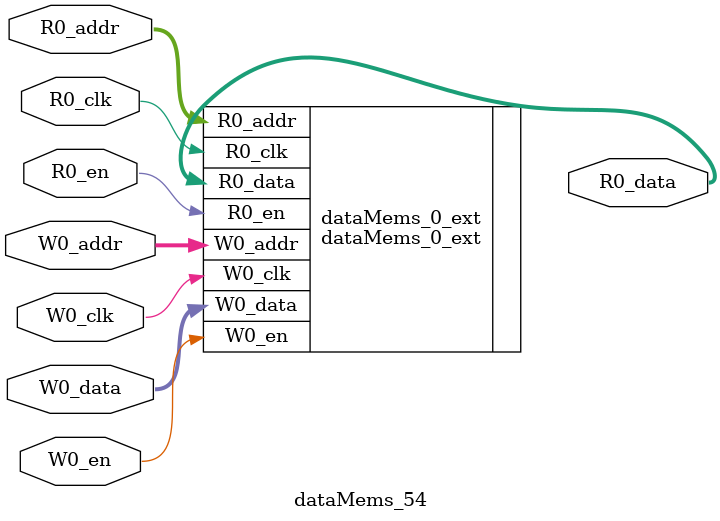
<source format=sv>
`ifndef RANDOMIZE
  `ifdef RANDOMIZE_REG_INIT
    `define RANDOMIZE
  `endif // RANDOMIZE_REG_INIT
`endif // not def RANDOMIZE
`ifndef RANDOMIZE
  `ifdef RANDOMIZE_MEM_INIT
    `define RANDOMIZE
  `endif // RANDOMIZE_MEM_INIT
`endif // not def RANDOMIZE

`ifndef RANDOM
  `define RANDOM $random
`endif // not def RANDOM

// Users can define 'PRINTF_COND' to add an extra gate to prints.
`ifndef PRINTF_COND_
  `ifdef PRINTF_COND
    `define PRINTF_COND_ (`PRINTF_COND)
  `else  // PRINTF_COND
    `define PRINTF_COND_ 1
  `endif // PRINTF_COND
`endif // not def PRINTF_COND_

// Users can define 'ASSERT_VERBOSE_COND' to add an extra gate to assert error printing.
`ifndef ASSERT_VERBOSE_COND_
  `ifdef ASSERT_VERBOSE_COND
    `define ASSERT_VERBOSE_COND_ (`ASSERT_VERBOSE_COND)
  `else  // ASSERT_VERBOSE_COND
    `define ASSERT_VERBOSE_COND_ 1
  `endif // ASSERT_VERBOSE_COND
`endif // not def ASSERT_VERBOSE_COND_

// Users can define 'STOP_COND' to add an extra gate to stop conditions.
`ifndef STOP_COND_
  `ifdef STOP_COND
    `define STOP_COND_ (`STOP_COND)
  `else  // STOP_COND
    `define STOP_COND_ 1
  `endif // STOP_COND
`endif // not def STOP_COND_

// Users can define INIT_RANDOM as general code that gets injected into the
// initializer block for modules with registers.
`ifndef INIT_RANDOM
  `define INIT_RANDOM
`endif // not def INIT_RANDOM

// If using random initialization, you can also define RANDOMIZE_DELAY to
// customize the delay used, otherwise 0.002 is used.
`ifndef RANDOMIZE_DELAY
  `define RANDOMIZE_DELAY 0.002
`endif // not def RANDOMIZE_DELAY

// Define INIT_RANDOM_PROLOG_ for use in our modules below.
`ifndef INIT_RANDOM_PROLOG_
  `ifdef RANDOMIZE
    `ifdef VERILATOR
      `define INIT_RANDOM_PROLOG_ `INIT_RANDOM
    `else  // VERILATOR
      `define INIT_RANDOM_PROLOG_ `INIT_RANDOM #`RANDOMIZE_DELAY begin end
    `endif // VERILATOR
  `else  // RANDOMIZE
    `define INIT_RANDOM_PROLOG_
  `endif // RANDOMIZE
`endif // not def INIT_RANDOM_PROLOG_

// Include register initializers in init blocks unless synthesis is set
`ifndef SYNTHESIS
  `ifndef ENABLE_INITIAL_REG_
    `define ENABLE_INITIAL_REG_
  `endif // not def ENABLE_INITIAL_REG_
`endif // not def SYNTHESIS

// Include rmemory initializers in init blocks unless synthesis is set
`ifndef SYNTHESIS
  `ifndef ENABLE_INITIAL_MEM_
    `define ENABLE_INITIAL_MEM_
  `endif // not def ENABLE_INITIAL_MEM_
`endif // not def SYNTHESIS

module dataMems_54(	// @[generators/ara/src/main/scala/UnsafeAXI4ToTL.scala:365:62]
  input  [4:0]   R0_addr,
  input          R0_en,
  input          R0_clk,
  output [130:0] R0_data,
  input  [4:0]   W0_addr,
  input          W0_en,
  input          W0_clk,
  input  [130:0] W0_data
);

  dataMems_0_ext dataMems_0_ext (	// @[generators/ara/src/main/scala/UnsafeAXI4ToTL.scala:365:62]
    .R0_addr (R0_addr),
    .R0_en   (R0_en),
    .R0_clk  (R0_clk),
    .R0_data (R0_data),
    .W0_addr (W0_addr),
    .W0_en   (W0_en),
    .W0_clk  (W0_clk),
    .W0_data (W0_data)
  );
endmodule


</source>
